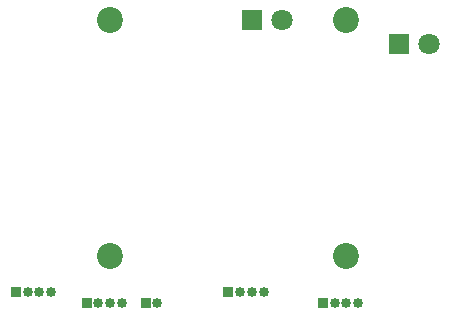
<source format=gbr>
%TF.GenerationSoftware,KiCad,Pcbnew,8.0.8*%
%TF.CreationDate,2025-07-30T23:02:56+05:30*%
%TF.ProjectId,THRUST FC,54485255-5354-4204-9643-2e6b69636164,rev?*%
%TF.SameCoordinates,Original*%
%TF.FileFunction,Soldermask,Bot*%
%TF.FilePolarity,Negative*%
%FSLAX46Y46*%
G04 Gerber Fmt 4.6, Leading zero omitted, Abs format (unit mm)*
G04 Created by KiCad (PCBNEW 8.0.8) date 2025-07-30 23:02:56*
%MOMM*%
%LPD*%
G01*
G04 APERTURE LIST*
%ADD10R,1.800000X1.800000*%
%ADD11C,1.800000*%
%ADD12C,2.200000*%
%ADD13R,0.850000X0.850000*%
%ADD14O,0.850000X0.850000*%
G04 APERTURE END LIST*
D10*
%TO.C,D1*%
X120000000Y-86000000D03*
D11*
X122540000Y-86000000D03*
%TD*%
D12*
%TO.C,REF\u002A\u002A*%
X128000000Y-86000000D03*
%TD*%
D13*
%TO.C,J1*%
X118000000Y-109000000D03*
D14*
X119000000Y-109000000D03*
X120000000Y-109000000D03*
X121000000Y-109000000D03*
%TD*%
D12*
%TO.C,REF\u002A\u002A*%
X108000000Y-86000000D03*
%TD*%
D13*
%TO.C,J4*%
X106000000Y-110000000D03*
D14*
X107000000Y-110000000D03*
X108000000Y-110000000D03*
X109000000Y-110000000D03*
%TD*%
D12*
%TO.C,REF\u002A\u002A*%
X128000000Y-106000000D03*
%TD*%
D13*
%TO.C,J6*%
X126000000Y-110000000D03*
D14*
X127000000Y-110000000D03*
X128000000Y-110000000D03*
X129000000Y-110000000D03*
%TD*%
D13*
%TO.C,J3*%
X111000000Y-110000000D03*
D14*
X112000000Y-110000000D03*
%TD*%
D12*
%TO.C,REF\u002A\u002A*%
X108000000Y-106000000D03*
%TD*%
D10*
%TO.C,D2*%
X132460000Y-88000000D03*
D11*
X135000000Y-88000000D03*
%TD*%
D13*
%TO.C,J2*%
X100000000Y-109000000D03*
D14*
X101000000Y-109000000D03*
X102000000Y-109000000D03*
X103000000Y-109000000D03*
%TD*%
M02*

</source>
